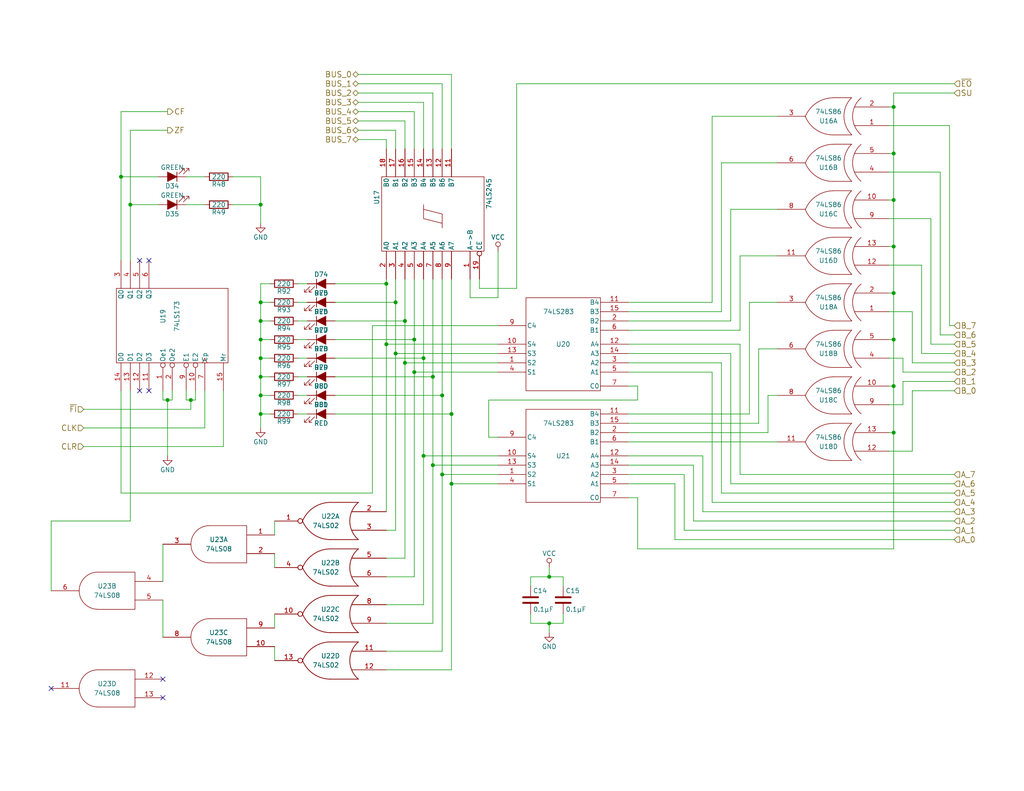
<source format=kicad_sch>
(kicad_sch (version 20231120) (generator "eeschema") (generator_version "8.0")
  (paper "USLetter")
  (lib_symbols
    (symbol "8bit-computer-rescue:74LS02-8bit-computer-rescue" (pin_names (offset 0.762))
      (property "Reference" "U" (at 0 1.27 0))
      (property "Value" "8bit-computer-rescue:74LS02" (at 1.27 -1.27 0))
      (symbol "74LS02-8bit-computer-rescue_0_0"
        (pin power_in line (at -5.08 5.08 270) (length 0) hide (name "VCC") (number "14"))
        (pin power_in line (at -5.08 -5.08 90) (length 0) hide (name "GND") (number "7"))
      )
      (symbol "74LS02-8bit-computer-rescue_0_1"
        (arc (start -7.62 -5.08) (mid -5.2708 0) (end -7.62 5.08) (stroke (width 0.2032)))
        (arc (start 0 -5.08) (mid 4.5812 -3.6906) (end 7.62 0) (stroke (width 0.2032)))
        (polyline (pts (xy -7.62 -5.08) (xy 0 -5.08)) (stroke (width 0.2032)))
        (polyline (pts (xy -7.62 5.08) (xy 0 5.08)) (stroke (width 0.2032)))
        (arc (start 7.62 0) (mid 4.5727 3.6819) (end 0 5.08) (stroke (width 0.2032)))
      )
      (symbol "74LS02-8bit-computer-rescue_0_2"
        (polyline (pts (xy 2.54 5.08) (xy -7.62 5.08) (xy -7.62 -5.08) (xy 2.54 -5.08)) (stroke (width 0.2032)))
        (arc (start 2.5654 -5.0546) (mid 7.5947 0.0001) (end 2.5654 5.08) (stroke (width 0.2032)))
      )
      (symbol "74LS02-8bit-computer-rescue_1_1"
        (pin output inverted (at 15.24 0 180) (length 7.62) (name "~") (number "1"))
        (pin input line (at -15.24 2.54 0) (length 9.398) (name "~") (number "2"))
        (pin input line (at -15.24 -2.54 0) (length 9.398) (name "~") (number "3"))
      )
      (symbol "74LS02-8bit-computer-rescue_1_2"
        (pin output line (at 15.24 0 180) (length 7.62) (name "~") (number "1"))
        (pin input inverted (at -15.24 2.54 0) (length 7.62) (name "~") (number "2"))
        (pin input inverted (at -15.24 -2.54 0) (length 7.62) (name "~") (number "3"))
      )
      (symbol "74LS02-8bit-computer-rescue_2_1"
        (pin output inverted (at 15.24 0 180) (length 7.62) (name "~") (number "4"))
        (pin input line (at -15.24 2.54 0) (length 9.398) (name "~") (number "5"))
        (pin input line (at -15.24 -2.54 0) (length 9.398) (name "~") (number "6"))
      )
      (symbol "74LS02-8bit-computer-rescue_2_2"
        (pin output line (at 15.24 0 180) (length 7.62) (name "~") (number "4"))
        (pin input inverted (at -15.24 2.54 0) (length 7.62) (name "~") (number "5"))
        (pin input inverted (at -15.24 -2.54 0) (length 7.62) (name "~") (number "6"))
      )
      (symbol "74LS02-8bit-computer-rescue_3_1"
        (pin output inverted (at 15.24 0 180) (length 7.62) (name "~") (number "10"))
        (pin input line (at -15.24 2.54 0) (length 9.398) (name "~") (number "8"))
        (pin input line (at -15.24 -2.54 0) (length 9.398) (name "~") (number "9"))
      )
      (symbol "74LS02-8bit-computer-rescue_3_2"
        (pin output line (at 15.24 0 180) (length 7.62) (name "~") (number "10"))
        (pin input inverted (at -15.24 2.54 0) (length 7.62) (name "~") (number "8"))
        (pin input inverted (at -15.24 -2.54 0) (length 7.62) (name "~") (number "9"))
      )
      (symbol "74LS02-8bit-computer-rescue_4_1"
        (pin input line (at -15.24 2.54 0) (length 9.398) (name "~") (number "11"))
        (pin input line (at -15.24 -2.54 0) (length 9.398) (name "~") (number "12"))
        (pin output inverted (at 15.24 0 180) (length 7.62) (name "~") (number "13"))
      )
      (symbol "74LS02-8bit-computer-rescue_4_2"
        (pin input inverted (at -15.24 2.54 0) (length 7.62) (name "~") (number "11"))
        (pin input inverted (at -15.24 -2.54 0) (length 7.62) (name "~") (number "12"))
        (pin output line (at 15.24 0 180) (length 7.62) (name "~") (number "13"))
      )
    )
    (symbol "8bit-computer-rescue:74LS08-8bit-computer-rescue" (pin_names (offset 0.762))
      (property "Reference" "U" (at 0 1.27 0))
      (property "Value" "8bit-computer-rescue:74LS08" (at 0 -1.27 0))
      (symbol "74LS08-8bit-computer-rescue_0_0"
        (pin power_in line (at -5.08 5.08 90) (length 0) hide (name "VCC") (number "14"))
        (pin power_in line (at -5.08 -5.08 90) (length 0) hide (name "GND") (number "7"))
      )
      (symbol "74LS08-8bit-computer-rescue_0_1"
        (polyline (pts (xy 2.54 5.08) (xy -7.62 5.08) (xy -7.62 -5.08) (xy 2.54 -5.08)))
        (arc (start 2.5654 -5.0546) (mid 7.5947 0.0001) (end 2.5654 5.08))
      )
      (symbol "74LS08-8bit-computer-rescue_0_2"
        (arc (start -7.62 -5.0292) (mid -5.3094 0.0082) (end -7.62 5.0546))
        (arc (start 0 -5.0546) (mid 4.5632 -3.6449) (end 7.5946 0.0508))
        (polyline (pts (xy -7.62 -5.08) (xy 0 -5.08)))
        (polyline (pts (xy -7.62 5.08) (xy 0 5.08)))
        (arc (start 7.62 0) (mid 4.6132 3.6946) (end 0.0508 5.08))
      )
      (symbol "74LS08-8bit-computer-rescue_1_1"
        (pin input line (at -15.24 2.54 0) (length 7.62) (name "~") (number "1"))
        (pin input line (at -15.24 -2.54 0) (length 7.62) (name "~") (number "2"))
        (pin output line (at 15.24 0 180) (length 7.62) (name "~") (number "3"))
      )
      (symbol "74LS08-8bit-computer-rescue_1_2"
        (pin input inverted (at -15.24 2.54 0) (length 9.398) (name "~") (number "1"))
        (pin input inverted (at -15.24 -2.54 0) (length 9.398) (name "~") (number "2"))
        (pin output inverted (at 15.24 0 180) (length 7.62) (name "~") (number "3"))
      )
      (symbol "74LS08-8bit-computer-rescue_2_1"
        (pin input line (at -15.24 2.54 0) (length 7.62) (name "~") (number "4"))
        (pin input line (at -15.24 -2.54 0) (length 7.62) (name "~") (number "5"))
        (pin output line (at 15.24 0 180) (length 7.62) (name "~") (number "6"))
      )
      (symbol "74LS08-8bit-computer-rescue_2_2"
        (pin input inverted (at -15.24 2.54 0) (length 9.398) (name "~") (number "4"))
        (pin input inverted (at -15.24 -2.54 0) (length 9.398) (name "~") (number "5"))
        (pin output inverted (at 15.24 0 180) (length 7.62) (name "~") (number "6"))
      )
      (symbol "74LS08-8bit-computer-rescue_3_1"
        (pin input line (at -15.24 -2.54 0) (length 7.62) (name "~") (number "10"))
        (pin output line (at 15.24 0 180) (length 7.62) (name "~") (number "8"))
        (pin input line (at -15.24 2.54 0) (length 7.62) (name "~") (number "9"))
      )
      (symbol "74LS08-8bit-computer-rescue_3_2"
        (pin input inverted (at -15.24 -2.54 0) (length 9.398) (name "~") (number "10"))
        (pin output inverted (at 15.24 0 180) (length 7.62) (name "~") (number "8"))
        (pin input inverted (at -15.24 2.54 0) (length 9.398) (name "~") (number "9"))
      )
      (symbol "74LS08-8bit-computer-rescue_4_1"
        (pin output line (at 15.24 0 180) (length 7.62) (name "~") (number "11"))
        (pin input line (at -15.24 2.54 0) (length 7.62) (name "~") (number "12"))
        (pin input line (at -15.24 -2.54 0) (length 7.62) (name "~") (number "13"))
      )
      (symbol "74LS08-8bit-computer-rescue_4_2"
        (pin output inverted (at 15.24 0 180) (length 7.62) (name "~") (number "11"))
        (pin input inverted (at -15.24 2.54 0) (length 9.398) (name "~") (number "12"))
        (pin input inverted (at -15.24 -2.54 0) (length 9.398) (name "~") (number "13"))
      )
    )
    (symbol "8bit-computer-rescue:74LS173-8bit-computer-rescue" (pin_names (offset 0.254))
      (property "Reference" "U" (at 2.54 2.54 0))
      (property "Value" "8bit-computer-rescue:74LS173" (at 2.54 -1.27 0))
      (symbol "74LS173-8bit-computer-rescue_0_0"
        (pin power_in line (at -7.62 15.24 90) (length 0) hide (name "VCC") (number "16"))
        (pin power_in line (at -7.62 -15.24 90) (length 0) hide (name "GND") (number "8"))
      )
      (symbol "74LS173-8bit-computer-rescue_0_1"
        (rectangle (start -10.16 15.24) (end 10.16 -15.24))
      )
      (symbol "74LS173-8bit-computer-rescue_1_1"
        (pin input inverted (at -17.78 2.54 0) (length 7.62) (name "Oe1") (number "1"))
        (pin input inverted (at -17.78 -6.35 0) (length 7.62) (name "E2") (number "10"))
        (pin input line (at -17.78 6.35 0) (length 7.62) (name "D3") (number "11"))
        (pin input line (at -17.78 8.89 0) (length 7.62) (name "D2") (number "12"))
        (pin input line (at -17.78 11.43 0) (length 7.62) (name "D1") (number "13"))
        (pin input line (at -17.78 13.97 0) (length 7.62) (name "D0") (number "14"))
        (pin input line (at -17.78 -13.97 0) (length 7.62) (name "Mr") (number "15"))
        (pin input inverted (at -17.78 0 0) (length 7.62) (name "Oe2") (number "2"))
        (pin tri_state line (at 17.78 13.97 180) (length 7.62) (name "Q0") (number "3"))
        (pin tri_state line (at 17.78 11.43 180) (length 7.62) (name "Q1") (number "4"))
        (pin tri_state line (at 17.78 8.89 180) (length 7.62) (name "Q2") (number "5"))
        (pin tri_state line (at 17.78 6.35 180) (length 7.62) (name "Q3") (number "6"))
        (pin input clock (at -17.78 -8.89 0) (length 7.62) (name "Cp") (number "7"))
        (pin input inverted (at -17.78 -3.81 0) (length 7.62) (name "E1") (number "9"))
      )
    )
    (symbol "8bit-computer-rescue:74LS245-8bit-computer-rescue" (pin_names (offset 0.254))
      (property "Reference" "U" (at 2.54 14.605 0))
      (property "Value" "8bit-computer-rescue:74LS245" (at 1.27 -14.605 0))
      (symbol "74LS245-8bit-computer-rescue_0_0"
        (pin power_in line (at 0 -13.97 90) (length 0) hide (name "GND") (number "10"))
        (pin power_in line (at 0 13.97 270) (length 0) hide (name "VCC") (number "20"))
      )
      (symbol "74LS245-8bit-computer-rescue_0_1"
        (rectangle (start -10.16 13.97) (end 10.16 -13.97))
        (polyline (pts (xy 1.27 2.54) (xy 0 -2.54) (xy -2.54 -2.54)))
        (polyline (pts (xy 2.54 2.54) (xy -1.27 2.54) (xy -2.54 -2.54) (xy -3.81 -2.54)))
      )
      (symbol "74LS245-8bit-computer-rescue_1_1"
        (pin input line (at -17.78 -10.16 0) (length 7.62) (name "A->B") (number "1"))
        (pin tri_state line (at 17.78 -5.08 180) (length 7.62) (name "B7") (number "11"))
        (pin tri_state line (at 17.78 -2.54 180) (length 7.62) (name "B6") (number "12"))
        (pin tri_state line (at 17.78 0 180) (length 7.62) (name "B5") (number "13"))
        (pin tri_state line (at 17.78 2.54 180) (length 7.62) (name "B4") (number "14"))
        (pin tri_state line (at 17.78 5.08 180) (length 7.62) (name "B3") (number "15"))
        (pin tri_state line (at 17.78 7.62 180) (length 7.62) (name "B2") (number "16"))
        (pin tri_state line (at 17.78 10.16 180) (length 7.62) (name "B1") (number "17"))
        (pin tri_state line (at 17.78 12.7 180) (length 7.62) (name "B0") (number "18"))
        (pin input inverted (at -17.78 -12.7 0) (length 7.62) (name "CE") (number "19"))
        (pin tri_state line (at -17.78 12.7 0) (length 7.62) (name "A0") (number "2"))
        (pin tri_state line (at -17.78 10.16 0) (length 7.62) (name "A1") (number "3"))
        (pin tri_state line (at -17.78 7.62 0) (length 7.62) (name "A2") (number "4"))
        (pin tri_state line (at -17.78 5.08 0) (length 7.62) (name "A3") (number "5"))
        (pin tri_state line (at -17.78 2.54 0) (length 7.62) (name "A4") (number "6"))
        (pin tri_state line (at -17.78 0 0) (length 7.62) (name "A5") (number "7"))
        (pin tri_state line (at -17.78 -2.54 0) (length 7.62) (name "A6") (number "8"))
        (pin tri_state line (at -17.78 -5.08 0) (length 7.62) (name "A7") (number "9"))
      )
    )
    (symbol "8bit-computer-rescue:74LS283-8bit-computer-rescue" (pin_names (offset 0.254))
      (property "Reference" "U" (at 0 0 0))
      (property "Value" "8bit-computer-rescue:74LS283" (at 1.27 -8.89 0))
      (symbol "74LS283-8bit-computer-rescue_0_0"
        (pin power_in line (at -7.62 12.7 90) (length 0) hide (name "VCC") (number "16"))
        (pin power_in line (at -7.62 -12.7 90) (length 0) hide (name "GND") (number "8"))
      )
      (symbol "74LS283-8bit-computer-rescue_0_1"
        (rectangle (start -10.16 12.7) (end 10.16 -12.7))
      )
      (symbol "74LS283-8bit-computer-rescue_1_1"
        (pin output line (at 17.78 5.08 180) (length 7.62) (name "S2") (number "1"))
        (pin output line (at 17.78 0 180) (length 7.62) (name "S4") (number "10"))
        (pin input line (at -17.78 -11.43 0) (length 7.62) (name "B4") (number "11"))
        (pin input line (at -17.78 0 0) (length 7.62) (name "A4") (number "12"))
        (pin output line (at 17.78 2.54 180) (length 7.62) (name "S3") (number "13"))
        (pin input line (at -17.78 2.54 0) (length 7.62) (name "A3") (number "14"))
        (pin input line (at -17.78 -8.89 0) (length 7.62) (name "B3") (number "15"))
        (pin input line (at -17.78 -6.35 0) (length 7.62) (name "B2") (number "2"))
        (pin input line (at -17.78 5.08 0) (length 7.62) (name "A2") (number "3"))
        (pin output line (at 17.78 7.62 180) (length 7.62) (name "S1") (number "4"))
        (pin input line (at -17.78 7.62 0) (length 7.62) (name "A1") (number "5"))
        (pin input line (at -17.78 -3.81 0) (length 7.62) (name "B1") (number "6"))
        (pin input line (at -17.78 11.43 0) (length 7.62) (name "C0") (number "7"))
        (pin output line (at 17.78 -5.08 180) (length 7.62) (name "C4") (number "9"))
      )
    )
    (symbol "8bit-computer-rescue:74LS86-8bit-computer-rescue" (pin_names (offset 0.762) hide)
      (property "Reference" "U" (at 1.27 1.27 0))
      (property "Value" "8bit-computer-rescue:74LS86" (at 1.27 -1.27 0))
      (symbol "74LS86-8bit-computer-rescue_0_0"
        (pin power_in line (at -5.08 5.08 270) (length 0) hide (name "VCC") (number "14"))
        (pin power_in line (at -5.08 -5.08 90) (length 0) hide (name "GND") (number "7"))
      )
      (symbol "74LS86-8bit-computer-rescue_0_1"
        (arc (start -7.62 -5.0292) (mid -5.3094 0.0082) (end -7.62 5.0546))
        (arc (start -5.0292 -5.08) (mid -2.9462 -0.006) (end -5.08 5.0546))
        (arc (start 0 -5.0546) (mid 4.5632 -3.6449) (end 7.5946 0.0508))
        (polyline (pts (xy -5.08 -5.08) (xy 0 -5.08)))
        (polyline (pts (xy -5.08 5.08) (xy 0 5.08)))
        (arc (start 7.62 0) (mid 4.6132 3.6946) (end 0.0508 5.08))
      )
      (symbol "74LS86-8bit-computer-rescue_1_1"
        (pin input line (at -15.24 2.54 0) (length 9.398) (name "IN1") (number "1"))
        (pin input line (at -15.24 -2.54 0) (length 9.398) (name "IN2") (number "2"))
        (pin output line (at 15.24 0 180) (length 7.62) (name "OUT") (number "3"))
      )
      (symbol "74LS86-8bit-computer-rescue_2_1"
        (pin input line (at -15.24 2.54 0) (length 9.398) (name "IN1") (number "4"))
        (pin input line (at -15.24 -2.54 0) (length 9.398) (name "IN2") (number "5"))
        (pin output line (at 15.24 0 180) (length 7.62) (name "OUT") (number "6"))
      )
      (symbol "74LS86-8bit-computer-rescue_3_1"
        (pin input line (at -15.24 -2.54 0) (length 9.398) (name "IN2") (number "10"))
        (pin output line (at 15.24 0 180) (length 7.62) (name "OUT") (number "8"))
        (pin input line (at -15.24 2.54 0) (length 9.398) (name "IN1") (number "9"))
      )
      (symbol "74LS86-8bit-computer-rescue_4_1"
        (pin output line (at 15.24 0 180) (length 7.62) (name "OUT") (number "11"))
        (pin input line (at -15.24 2.54 0) (length 9.398) (name "IN1") (number "12"))
        (pin input line (at -15.24 -2.54 0) (length 9.398) (name "IN2") (number "13"))
      )
    )
    (symbol "8bit-computer-rescue:GND-power" (power) (pin_names (offset 0))
      (property "Value" "power:GND" (at 0 -3.81 0))
      (symbol "GND-power_0_1"
        (polyline (pts (xy 0 0) (xy 0 -1.27) (xy 1.27 -1.27) (xy 0 -2.54) (xy -1.27 -1.27) (xy 0 -1.27)))
      )
      (symbol "GND-power_1_1"
        (pin power_in line (at 0 0 270) (length 0) hide (name "GND") (number "1"))
      )
    )
    (symbol "8bit-computer-rescue:LED_ALT-Device" (pin_numbers hide) (pin_names (offset 1.016) hide)
      (property "Reference" "D" (at 0 2.54 0))
      (property "Value" "Device:LED_ALT" (at 0 -2.54 0))
      (symbol "LED_ALT-Device_0_1"
        (polyline (pts (xy -1.27 -1.27) (xy -1.27 1.27)) (stroke (width 0.2032)))
        (polyline (pts (xy -1.27 0) (xy 1.27 0)))
        (polyline (pts (xy 1.27 -1.27) (xy 1.27 1.27) (xy -1.27 0) (xy 1.27 -1.27)) (stroke (width 0.2032)) (fill (type outline)))
        (polyline (pts (xy -3.048 -0.762) (xy -4.572 -2.286) (xy -3.81 -2.286) (xy -4.572 -2.286) (xy -4.572 -1.524)))
        (polyline (pts (xy -1.778 -0.762) (xy -3.302 -2.286) (xy -2.54 -2.286) (xy -3.302 -2.286) (xy -3.302 -1.524)))
      )
      (symbol "LED_ALT-Device_1_1"
        (pin passive line (at -3.81 0 0) (length 2.54) (name "K") (number "1"))
        (pin passive line (at 3.81 0 180) (length 2.54) (name "A") (number "2"))
      )
    )
    (symbol "8bit-computer-rescue:VCC-power" (power) (pin_names (offset 0))
      (property "Value" "power:VCC" (at 0 3.81 0))
      (symbol "VCC-power_0_1"
        (polyline (pts (xy 0 0) (xy 0 1.27)))
        (circle (center 0 1.905) (radius 0.635))
      )
      (symbol "VCC-power_1_1"
        (pin power_in line (at 0 0 90) (length 0) hide (name "VCC") (number "1"))
      )
    )
    (symbol "Device:C" (pin_numbers hide) (pin_names (offset 0.254))
      (property "Reference" "C" (at 0.635 2.54 0))
      (property "Value" "C" (at 0.635 -2.54 0))
      (symbol "C_0_1"
        (polyline (pts (xy -2.032 -0.762) (xy 2.032 -0.762)) (stroke (width 0.508)))
        (polyline (pts (xy -2.032 0.762) (xy 2.032 0.762)) (stroke (width 0.508)))
      )
      (symbol "C_1_1"
        (pin passive line (at 0 3.81 270) (length 2.794) (name "~") (number "1"))
        (pin passive line (at 0 -3.81 90) (length 2.794) (name "~") (number "2"))
      )
    )
    (symbol "Device:R" (pin_numbers hide) (pin_names (offset 0))
      (property "Reference" "R" (at 2.032 0 90))
      (property "Value" "R" (at 0 0 90))
      (symbol "R_0_1"
        (rectangle (start -1.016 -2.54) (end 1.016 2.54) (stroke (width 0.254)))
      )
      (symbol "R_1_1"
        (pin passive line (at 0 3.81 270) (length 1.27) (name "~") (number "1"))
        (pin passive line (at 0 -3.81 90) (length 1.27) (name "~") (number "2"))
      )
    )
  )
  (junction (at 243.84 67.31))
  (junction (at 113.03 92.71))
  (junction (at 243.84 118.11))
  (junction (at 71.12 55.88))
  (junction (at 105.41 77.47))
  (junction (at 71.12 92.71))
  (junction (at 33.02 48.26))
  (junction (at 110.49 99.06))
  (junction (at 115.57 97.79))
  (junction (at 71.12 82.55))
  (junction (at 120.65 129.54))
  (junction (at 105.41 93.98))
  (junction (at 120.65 107.95))
  (junction (at 45.72 109.22))
  (junction (at 107.95 82.55))
  (junction (at 118.11 127))
  (junction (at 243.84 29.21))
  (junction (at 113.03 101.6))
  (junction (at 243.84 41.91))
  (junction (at 107.95 96.52))
  (junction (at 71.12 113.03))
  (junction (at 123.19 113.03))
  (junction (at 110.49 87.63))
  (junction (at 35.56 55.88))
  (junction (at 115.57 124.46))
  (junction (at 243.84 80.01))
  (junction (at 243.84 54.61))
  (junction (at 123.19 132.08))
  (junction (at 71.12 107.95))
  (junction (at 71.12 102.87))
  (junction (at 149.86 170.18))
  (junction (at 149.86 157.48))
  (junction (at 71.12 87.63))
  (junction (at 243.84 105.41))
  (junction (at 52.07 109.22))
  (junction (at 118.11 102.87))
  (junction (at 243.84 92.71))
  (junction (at 71.12 97.79))
  (no_connect (at 13.97 187.96))
  (no_connect (at 44.45 190.5))
  (no_connect (at 38.1 106.68))
  (no_connect (at 44.45 185.42))
  (no_connect (at 40.64 71.12))
  (no_connect (at 38.1 71.12))
  (no_connect (at 40.64 106.68))
  (wire (pts (xy 251.46 96.52) (xy 260.35 96.52)))
  (wire (pts (xy 71.12 77.47) (xy 73.66 77.47)))
  (wire (pts (xy 50.8 48.26) (xy 55.88 48.26)))
  (wire (pts (xy 115.57 124.46) (xy 115.57 165.1)))
  (wire (pts (xy 71.12 92.71) (xy 71.12 87.63)))
  (wire (pts (xy 123.19 20.32) (xy 123.19 40.64)))
  (wire (pts (xy 22.86 121.92) (xy 60.96 121.92)))
  (wire (pts (xy 45.72 30.48) (xy 33.02 30.48)))
  (wire (pts (xy 248.92 85.09) (xy 248.92 99.06)))
  (wire (pts (xy 194.31 82.55) (xy 194.31 31.75)))
  (wire (pts (xy 128.27 81.28) (xy 135.89 81.28)))
  (wire (pts (xy 242.57 97.79) (xy 246.38 97.79)))
  (wire (pts (xy 201.93 129.54) (xy 260.35 129.54)))
  (wire (pts (xy 113.03 101.6) (xy 135.89 101.6)))
  (wire (pts (xy 81.28 107.95) (xy 83.82 107.95)))
  (wire (pts (xy 81.28 82.55) (xy 83.82 82.55)))
  (wire (pts (xy 22.86 116.84) (xy 55.88 116.84)))
  (wire (pts (xy 107.95 96.52) (xy 107.95 144.78)))
  (wire (pts (xy 184.15 147.32) (xy 260.35 147.32)))
  (wire (pts (xy 191.77 124.46) (xy 191.77 139.7)))
  (wire (pts (xy 171.45 96.52) (xy 199.39 96.52)))
  (wire (pts (xy 242.57 72.39) (xy 251.46 72.39)))
  (wire (pts (xy 105.41 93.98) (xy 135.89 93.98)))
  (wire (pts (xy 35.56 35.56) (xy 45.72 35.56)))
  (wire (pts (xy 246.38 104.14) (xy 260.35 104.14)))
  (wire (pts (xy 144.78 160.02) (xy 144.78 157.48)))
  (wire (pts (xy 118.11 25.4) (xy 118.11 40.64)))
  (wire (pts (xy 71.12 82.55) (xy 71.12 77.47)))
  (wire (pts (xy 196.85 99.06) (xy 196.85 134.62)))
  (wire (pts (xy 133.35 109.22) (xy 173.99 109.22)))
  (wire (pts (xy 91.44 92.71) (xy 113.03 92.71)))
  (wire (pts (xy 71.12 97.79) (xy 71.12 92.71)))
  (wire (pts (xy 113.03 76.2) (xy 113.03 92.71)))
  (wire (pts (xy 191.77 139.7) (xy 260.35 139.7)))
  (wire (pts (xy 243.84 92.71) (xy 243.84 105.41)))
  (wire (pts (xy 243.84 41.91) (xy 242.57 41.91)))
  (wire (pts (xy 242.57 34.29) (xy 259.08 34.29)))
  (wire (pts (xy 115.57 27.94) (xy 115.57 40.64)))
  (wire (pts (xy 243.84 149.86) (xy 173.99 149.86)))
  (wire (pts (xy 73.66 113.03) (xy 71.12 113.03)))
  (wire (pts (xy 91.44 102.87) (xy 118.11 102.87)))
  (wire (pts (xy 33.02 30.48) (xy 33.02 48.26)))
  (wire (pts (xy 107.95 96.52) (xy 135.89 96.52)))
  (wire (pts (xy 153.67 157.48) (xy 153.67 160.02)))
  (wire (pts (xy 123.19 132.08) (xy 123.19 182.88)))
  (wire (pts (xy 71.12 107.95) (xy 71.12 102.87)))
  (wire (pts (xy 123.19 76.2) (xy 123.19 113.03)))
  (wire (pts (xy 91.44 82.55) (xy 107.95 82.55)))
  (wire (pts (xy 13.97 161.29) (xy 13.97 142.24)))
  (wire (pts (xy 22.86 111.76) (xy 52.07 111.76)))
  (wire (pts (xy 91.44 87.63) (xy 110.49 87.63)))
  (wire (pts (xy 113.03 30.48) (xy 113.03 40.64)))
  (wire (pts (xy 135.89 88.9) (xy 101.6 88.9)))
  (wire (pts (xy 123.19 113.03) (xy 123.19 132.08)))
  (wire (pts (xy 171.45 113.03) (xy 204.47 113.03)))
  (wire (pts (xy 209.55 107.95) (xy 212.09 107.95)))
  (wire (pts (xy 201.93 93.98) (xy 201.93 129.54)))
  (wire (pts (xy 81.28 77.47) (xy 83.82 77.47)))
  (wire (pts (xy 110.49 99.06) (xy 135.89 99.06)))
  (wire (pts (xy 97.79 22.86) (xy 120.65 22.86)))
  (wire (pts (xy 243.84 80.01) (xy 242.57 80.01)))
  (wire (pts (xy 153.67 170.18) (xy 153.67 167.64)))
  (wire (pts (xy 149.86 170.18) (xy 149.86 172.72)))
  (wire (pts (xy 113.03 101.6) (xy 113.03 157.48)))
  (wire (pts (xy 254 59.69) (xy 254 93.98)))
  (wire (pts (xy 123.19 132.08) (xy 135.89 132.08)))
  (wire (pts (xy 130.81 76.2) (xy 130.81 78.74)))
  (wire (pts (xy 171.45 118.11) (xy 209.55 118.11)))
  (wire (pts (xy 71.12 102.87) (xy 71.12 97.79)))
  (wire (pts (xy 194.31 31.75) (xy 212.09 31.75)))
  (wire (pts (xy 120.65 129.54) (xy 135.89 129.54)))
  (wire (pts (xy 74.93 167.64) (xy 74.93 171.45)))
  (wire (pts (xy 171.45 90.17) (xy 201.93 90.17)))
  (wire (pts (xy 110.49 152.4) (xy 105.41 152.4)))
  (wire (pts (xy 149.86 157.48) (xy 153.67 157.48)))
  (wire (pts (xy 74.93 176.53) (xy 74.93 180.34)))
  (wire (pts (xy 186.69 129.54) (xy 186.69 144.78)))
  (wire (pts (xy 171.45 115.57) (xy 207.01 115.57)))
  (wire (pts (xy 97.79 25.4) (xy 118.11 25.4)))
  (wire (pts (xy 189.23 142.24) (xy 260.35 142.24)))
  (wire (pts (xy 91.44 113.03) (xy 123.19 113.03)))
  (wire (pts (xy 118.11 170.18) (xy 105.41 170.18)))
  (wire (pts (xy 171.45 132.08) (xy 184.15 132.08)))
  (wire (pts (xy 256.54 46.99) (xy 256.54 91.44)))
  (wire (pts (xy 43.18 55.88) (xy 35.56 55.88)))
  (wire (pts (xy 144.78 157.48) (xy 149.86 157.48)))
  (wire (pts (xy 81.28 113.03) (xy 83.82 113.03)))
  (wire (pts (xy 91.44 97.79) (xy 115.57 97.79)))
  (wire (pts (xy 81.28 97.79) (xy 83.82 97.79)))
  (wire (pts (xy 107.95 35.56) (xy 107.95 40.64)))
  (wire (pts (xy 243.84 54.61) (xy 242.57 54.61)))
  (wire (pts (xy 242.57 46.99) (xy 256.54 46.99)))
  (wire (pts (xy 243.84 67.31) (xy 242.57 67.31)))
  (wire (pts (xy 254 93.98) (xy 260.35 93.98)))
  (wire (pts (xy 173.99 149.86) (xy 173.99 135.89)))
  (wire (pts (xy 81.28 87.63) (xy 83.82 87.63)))
  (wire (pts (xy 120.65 177.8) (xy 105.41 177.8)))
  (wire (pts (xy 171.45 87.63) (xy 199.39 87.63)))
  (wire (pts (xy 110.49 76.2) (xy 110.49 87.63)))
  (wire (pts (xy 243.84 118.11) (xy 242.57 118.11)))
  (wire (pts (xy 201.93 69.85) (xy 212.09 69.85)))
  (wire (pts (xy 246.38 101.6) (xy 260.35 101.6)))
  (wire (pts (xy 45.72 109.22) (xy 46.99 109.22)))
  (wire (pts (xy 144.78 170.18) (xy 149.86 170.18)))
  (wire (pts (xy 60.96 121.92) (xy 60.96 106.68)))
  (wire (pts (xy 251.46 72.39) (xy 251.46 96.52)))
  (wire (pts (xy 73.66 87.63) (xy 71.12 87.63)))
  (wire (pts (xy 199.39 57.15) (xy 212.09 57.15)))
  (wire (pts (xy 184.15 132.08) (xy 184.15 147.32)))
  (wire (pts (xy 55.88 116.84) (xy 55.88 106.68)))
  (wire (pts (xy 199.39 96.52) (xy 199.39 132.08)))
  (wire (pts (xy 120.65 107.95) (xy 120.65 129.54)))
  (wire (pts (xy 186.69 144.78) (xy 260.35 144.78)))
  (wire (pts (xy 52.07 109.22) (xy 53.34 109.22)))
  (wire (pts (xy 44.45 173.99) (xy 44.45 163.83)))
  (wire (pts (xy 97.79 20.32) (xy 123.19 20.32)))
  (wire (pts (xy 35.56 142.24) (xy 35.56 106.68)))
  (wire (pts (xy 44.45 109.22) (xy 45.72 109.22)))
  (wire (pts (xy 243.84 105.41) (xy 243.84 118.11)))
  (wire (pts (xy 13.97 142.24) (xy 35.56 142.24)))
  (wire (pts (xy 113.03 92.71) (xy 113.03 101.6)))
  (wire (pts (xy 243.84 118.11) (xy 243.84 149.86)))
  (wire (pts (xy 74.93 142.24) (xy 74.93 146.05)))
  (wire (pts (xy 243.84 92.71) (xy 242.57 92.71)))
  (wire (pts (xy 50.8 109.22) (xy 50.8 106.68)))
  (wire (pts (xy 243.84 29.21) (xy 242.57 29.21)))
  (wire (pts (xy 55.88 55.88) (xy 50.8 55.88)))
  (wire (pts (xy 73.66 97.79) (xy 71.12 97.79)))
  (wire (pts (xy 204.47 82.55) (xy 212.09 82.55)))
  (wire (pts (xy 71.12 102.87) (xy 73.66 102.87)))
  (wire (pts (xy 123.19 182.88) (xy 105.41 182.88)))
  (wire (pts (xy 71.12 116.84) (xy 71.12 113.03)))
  (wire (pts (xy 207.01 115.57) (xy 207.01 95.25)))
  (wire (pts (xy 120.65 76.2) (xy 120.65 107.95)))
  (wire (pts (xy 73.66 107.95) (xy 71.12 107.95)))
  (wire (pts (xy 171.45 101.6) (xy 194.31 101.6)))
  (wire (pts (xy 133.35 119.38) (xy 133.35 109.22)))
  (wire (pts (xy 171.45 85.09) (xy 196.85 85.09)))
  (wire (pts (xy 171.45 99.06) (xy 196.85 99.06)))
  (wire (pts (xy 105.41 38.1) (xy 105.41 40.64)))
  (wire (pts (xy 243.84 25.4) (xy 243.84 29.21)))
  (wire (pts (xy 105.41 93.98) (xy 105.41 139.7)))
  (wire (pts (xy 243.84 41.91) (xy 243.84 54.61)))
  (wire (pts (xy 144.78 167.64) (xy 144.78 170.18)))
  (wire (pts (xy 71.12 82.55) (xy 73.66 82.55)))
  (wire (pts (xy 171.45 124.46) (xy 191.77 124.46)))
  (wire (pts (xy 130.81 78.74) (xy 140.97 78.74)))
  (wire (pts (xy 194.31 137.16) (xy 260.35 137.16)))
  (wire (pts (xy 43.18 48.26) (xy 33.02 48.26)))
  (wire (pts (xy 120.65 129.54) (xy 120.65 177.8)))
  (wire (pts (xy 256.54 91.44) (xy 260.35 91.44)))
  (wire (pts (xy 101.6 134.62) (xy 33.02 134.62)))
  (wire (pts (xy 115.57 97.79) (xy 115.57 124.46)))
  (wire (pts (xy 105.41 77.47) (xy 105.41 93.98)))
  (wire (pts (xy 101.6 88.9) (xy 101.6 134.62)))
  (wire (pts (xy 135.89 119.38) (xy 133.35 119.38)))
  (wire (pts (xy 46.99 109.22) (xy 46.99 106.68)))
  (wire (pts (xy 74.93 151.13) (xy 74.93 154.94)))
  (wire (pts (xy 107.95 82.55) (xy 107.95 96.52)))
  (wire (pts (xy 110.49 87.63) (xy 110.49 99.06)))
  (wire (pts (xy 248.92 106.68) (xy 248.92 123.19)))
  (wire (pts (xy 194.31 101.6) (xy 194.31 137.16)))
  (wire (pts (xy 199.39 87.63) (xy 199.39 57.15)))
  (wire (pts (xy 118.11 127) (xy 118.11 170.18)))
  (wire (pts (xy 171.45 82.55) (xy 194.31 82.55)))
  (wire (pts (xy 33.02 134.62) (xy 33.02 106.68)))
  (wire (pts (xy 97.79 38.1) (xy 105.41 38.1)))
  (wire (pts (xy 107.95 76.2) (xy 107.95 82.55)))
  (wire (pts (xy 173.99 109.22) (xy 173.99 105.41)))
  (wire (pts (xy 260.35 22.86) (xy 140.97 22.86)))
  (wire (pts (xy 149.86 170.18) (xy 153.67 170.18)))
  (wire (pts (xy 242.57 85.09) (xy 248.92 85.09)))
  (wire (pts (xy 171.45 93.98) (xy 201.93 93.98)))
  (wire (pts (xy 260.35 106.68) (xy 248.92 106.68)))
  (wire (pts (xy 71.12 92.71) (xy 73.66 92.71)))
  (wire (pts (xy 118.11 102.87) (xy 118.11 127)))
  (wire (pts (xy 71.12 113.03) (xy 71.12 107.95)))
  (wire (pts (xy 128.27 76.2) (xy 128.27 81.28)))
  (wire (pts (xy 113.03 157.48) (xy 105.41 157.48)))
  (wire (pts (xy 259.08 88.9) (xy 260.35 88.9)))
  (wire (pts (xy 71.12 55.88) (xy 63.5 55.88)))
  (wire (pts (xy 105.41 76.2) (xy 105.41 77.47)))
  (wire (pts (xy 118.11 76.2) (xy 118.11 102.87)))
  (wire (pts (xy 45.72 109.22) (xy 45.72 124.46)))
  (wire (pts (xy 196.85 44.45) (xy 212.09 44.45)))
  (wire (pts (xy 52.07 111.76) (xy 52.07 109.22)))
  (wire (pts (xy 50.8 109.22) (xy 52.07 109.22)))
  (wire (pts (xy 246.38 110.49) (xy 246.38 104.14)))
  (wire (pts (xy 243.84 54.61) (xy 243.84 67.31)))
  (wire (pts (xy 199.39 132.08) (xy 260.35 132.08)))
  (wire (pts (xy 242.57 59.69) (xy 254 59.69)))
  (wire (pts (xy 196.85 85.09) (xy 196.85 44.45)))
  (wire (pts (xy 246.38 97.79) (xy 246.38 101.6)))
  (wire (pts (xy 97.79 30.48) (xy 113.03 30.48)))
  (wire (pts (xy 171.45 129.54) (xy 186.69 129.54)))
  (wire (pts (xy 97.79 35.56) (xy 107.95 35.56)))
  (wire (pts (xy 209.55 118.11) (xy 209.55 107.95)))
  (wire (pts (xy 35.56 55.88) (xy 35.56 71.12)))
  (wire (pts (xy 140.97 22.86) (xy 140.97 78.74)))
  (wire (pts (xy 243.84 105.41) (xy 242.57 105.41)))
  (wire (pts (xy 248.92 99.06) (xy 260.35 99.06)))
  (wire (pts (xy 207.01 95.25) (xy 212.09 95.25)))
  (wire (pts (xy 243.84 25.4) (xy 260.35 25.4)))
  (wire (pts (xy 201.93 90.17) (xy 201.93 69.85)))
  (wire (pts (xy 110.49 99.06) (xy 110.49 152.4)))
  (wire (pts (xy 71.12 55.88) (xy 71.12 60.96)))
  (wire (pts (xy 115.57 165.1) (xy 105.41 165.1)))
  (wire (pts (xy 120.65 22.86) (xy 120.65 40.64)))
  (wire (pts (xy 97.79 27.94) (xy 115.57 27.94)))
  (wire (pts (xy 91.44 77.47) (xy 105.41 77.47)))
  (wire (pts (xy 63.5 48.26) (xy 71.12 48.26)))
  (wire (pts (xy 44.45 148.59) (xy 44.45 158.75)))
  (wire (pts (xy 110.49 33.02) (xy 110.49 40.64)))
  (wire (pts (xy 35.56 35.56) (xy 35.56 55.88)))
  (wire (pts (xy 173.99 135.89) (xy 171.45 135.89)))
  (wire (pts (xy 243.84 80.01) (xy 243.84 92.71)))
  (wire (pts (xy 189.23 127) (xy 189.23 142.24)))
  (wire (pts (xy 44.45 106.68) (xy 44.45 109.22)))
  (wire (pts (xy 71.12 48.26) (xy 71.12 55.88)))
  (wire (pts (xy 115.57 124.46) (xy 135.89 124.46)))
  (wire (pts (xy 107.95 144.78) (xy 105.41 144.78)))
  (wire (pts (xy 115.57 76.2) (xy 115.57 97.79)))
  (wire (pts (xy 118.11 127) (xy 135.89 127)))
  (wire (pts (xy 71.12 87.63) (xy 71.12 82.55)))
  (wire (pts (xy 173.99 105.41) (xy 171.45 105.41)))
  (wire (pts (xy 135.89 81.28) (xy 135.89 68.58)))
  (wire (pts (xy 149.86 154.94) (xy 149.86 157.48)))
  (wire (pts (xy 81.28 92.71) (xy 83.82 92.71)))
  (wire (pts (xy 248.92 123.19) (xy 242.57 123.19)))
  (wire (pts (xy 259.08 34.29) (xy 259.08 88.9)))
  (wire (pts (xy 243.84 29.21) (xy 243.84 41.91)))
  (wire (pts (xy 33.02 48.26) (xy 33.02 71.12)))
  (wire (pts (xy 204.47 113.03) (xy 204.47 82.55)))
  (wire (pts (xy 242.57 110.49) (xy 246.38 110.49)))
  (wire (pts (xy 196.85 134.62) (xy 260.35 134.62)))
  (wire (pts (xy 171.45 127) (xy 189.23 127)))
  (wire (pts (xy 91.44 107.95) (xy 120.65 107.95)))
  (wire (pts (xy 53.34 109.22) (xy 53.34 106.68)))
  (wire (pts (xy 81.28 102.87) (xy 83.82 102.87)))
  (wire (pts (xy 97.79 33.02) (xy 110.49 33.02)))
  (wire (pts (xy 171.45 120.65) (xy 212.09 120.65)))
  (wire (pts (xy 243.84 67.31) (xy 243.84 80.01)))
  (hierarchical_label "BUS_6" (shape tri_state) (at 97.79 35.56 180) (effects (font (size 1.524 1.524))))
  (hierarchical_label "A_4" (shape input) (at 260.35 137.16 0) (effects (font (size 1.524 1.524))))
  (hierarchical_label "B_2" (shape input) (at 260.35 101.6 0) (effects (font (size 1.524 1.524))))
  (hierarchical_label "SU" (shape input) (at 260.35 25.4 0) (effects (font (size 1.524 1.524))))
  (hierarchical_label "~{FI}" (shape input) (at 22.86 111.76 180) (effects (font (size 1.524 1.524))))
  (hierarchical_label "B_4" (shape input) (at 260.35 96.52 0) (effects (font (size 1.524 1.524))))
  (hierarchical_label "BUS_5" (shape tri_state) (at 97.79 33.02 180) (effects (font (size 1.524 1.524))))
  (hierarchical_label "BUS_0" (shape tri_state) (at 97.79 20.32 180) (effects (font (size 1.524 1.524))))
  (hierarchical_label "A_3" (shape input) (at 260.35 139.7 0) (effects (font (size 1.524 1.524))))
  (hierarchical_label "ZF" (shape output) (at 45.72 35.56 0) (effects (font (size 1.524 1.524))))
  (hierarchical_label "B_0" (shape input) (at 260.35 106.68 0) (effects (font (size 1.524 1.524))))
  (hierarchical_label "CLR" (shape input) (at 22.86 121.92 180) (effects (font (size 1.524 1.524))))
  (hierarchical_label "B_6" (shape input) (at 260.35 91.44 0) (effects (font (size 1.524 1.524))))
  (hierarchical_label "B_7" (shape input) (at 260.35 88.9 0) (effects (font (size 1.524 1.524))))
  (hierarchical_label "BUS_3" (shape tri_state) (at 97.79 27.94 180) (effects (font (size 1.524 1.524))))
  (hierarchical_label "~{EO}" (shape input) (at 260.35 22.86 0) (effects (font (size 1.524 1.524))))
  (hierarchical_label "CLK" (shape input) (at 22.86 116.84 180) (effects (font (size 1.524 1.524))))
  (hierarchical_label "A_5" (shape input) (at 260.35 134.62 0) (effects (font (size 1.524 1.524))))
  (hierarchical_label "BUS_7" (shape tri_state) (at 97.79 38.1 180) (effects (font (size 1.524 1.524))))
  (hierarchical_label "A_0" (shape input) (at 260.35 147.32 0) (effects (font (size 1.524 1.524))))
  (hierarchical_label "BUS_1" (shape tri_state) (at 97.79 22.86 180) (effects (font (size 1.524 1.524))))
  (hierarchical_label "A_6" (shape input) (at 260.35 132.08 0) (effects (font (size 1.524 1.524))))
  (hierarchical_label "A_1" (shape input) (at 260.35 144.78 0) (effects (font (size 1.524 1.524))))
  (hierarchical_label "A_2" (shape input) (at 260.35 142.24 0) (effects (font (size 1.524 1.524))))
  (hierarchical_label "B_3" (shape input) (at 260.35 99.06 0) (effects (font (size 1.524 1.524))))
  (hierarchical_label "CF" (shape output) (at 45.72 30.48 0) (effects (font (size 1.524 1.524))))
  (hierarchical_label "A_7" (shape input) (at 260.35 129.54 0) (effects (font (size 1.524 1.524))))
  (hierarchical_label "BUS_4" (shape tri_state) (at 97.79 30.48 180) (effects (font (size 1.524 1.524))))
  (hierarchical_label "BUS_2" (shape tri_state) (at 97.79 25.4 180) (effects (font (size 1.524 1.524))))
  (hierarchical_label "B_1" (shape input) (at 260.35 104.14 0) (effects (font (size 1.524 1.524))))
  (hierarchical_label "B_5" (shape input) (at 260.35 93.98 0) (effects (font (size 1.524 1.524))))
  (symbol (lib_id "8bit-computer-rescue:74LS245-8bit-computer-rescue") (at 118.11 58.42 90) (unit 1)
    (property "Reference" "U17" (at 103.505 55.88 0) (effects (justify left bottom)))
    (property "Value" "74LS245" (at 132.715 57.15 0) (effects (justify left top)))
    (property "Footprint" "Package_DIP:DIP-20_W7.62mm" (effects (hide yes)))
  )
  (symbol (lib_id "8bit-computer-rescue:74LS283-8bit-computer-rescue") (at 153.67 93.98 180) (unit 1)
    (property "Reference" "U20" (at 153.67 93.98 0))
    (property "Value" "74LS283" (at 152.4 85.09 0))
    (property "Footprint" "Package_DIP:DIP-16_W7.62mm" (effects (hide yes)))
  )
  (symbol (lib_id "8bit-computer-rescue:74LS283-8bit-computer-rescue") (at 153.67 124.46 180) (unit 1)
    (property "Reference" "U21" (at 153.67 124.46 0))
    (property "Value" "74LS283" (at 152.4 115.57 0))
    (property "Footprint" "Package_DIP:DIP-16_W7.62mm" (effects (hide yes)))
  )
  (symbol (lib_id "8bit-computer-rescue:74LS86-8bit-computer-rescue") (at 227.33 107.95 180) (unit 3)
    (property "Reference" "U18" (at 226.06 109.22 0))
    (property "Value" "74LS86" (at 226.06 106.68 0))
    (property "Footprint" "Package_DIP:DIP-14_W7.62mm" (effects (hide yes)))
  )
  (symbol (lib_id "8bit-computer-rescue:74LS86-8bit-computer-rescue") (at 227.33 120.65 180) (unit 4)
    (property "Reference" "U18" (at 226.06 121.92 0))
    (property "Value" "74LS86" (at 226.06 119.38 0))
    (property "Footprint" "Package_DIP:DIP-14_W7.62mm" (effects (hide yes)))
  )
  (symbol (lib_id "8bit-computer-rescue:74LS86-8bit-computer-rescue") (at 227.33 82.55 180) (unit 1)
    (property "Reference" "U18" (at 226.06 83.82 0))
    (property "Value" "74LS86" (at 226.06 81.28 0))
    (property "Footprint" "Package_DIP:DIP-14_W7.62mm" (effects (hide yes)))
  )
  (symbol (lib_id "8bit-computer-rescue:74LS86-8bit-computer-rescue") (at 227.33 95.25 180) (unit 2)
    (property "Reference" "U18" (at 226.06 96.52 0))
    (property "Value" "74LS86" (at 226.06 93.98 0))
    (property "Footprint" "Package_DIP:DIP-14_W7.62mm" (effects (hide yes)))
  )
  (symbol (lib_id "8bit-computer-rescue:74LS86-8bit-computer-rescue") (at 227.33 57.15 180) (unit 3)
    (property "Reference" "U16" (at 226.06 58.42 0))
    (property "Value" "74LS86" (at 226.06 55.88 0))
    (property "Footprint" "Package_DIP:DIP-14_W7.62mm" (effects (hide yes)))
  )
  (symbol (lib_id "8bit-computer-rescue:74LS86-8bit-computer-rescue") (at 227.33 69.85 180) (unit 4)
    (property "Reference" "U16" (at 226.06 71.12 0))
    (property "Value" "74LS86" (at 226.06 68.58 0))
    (property "Footprint" "Package_DIP:DIP-14_W7.62mm" (effects (hide yes)))
  )
  (symbol (lib_id "8bit-computer-rescue:74LS86-8bit-computer-rescue") (at 227.33 31.75 180) (unit 1)
    (property "Reference" "U16" (at 226.06 33.02 0))
    (property "Value" "74LS86" (at 226.06 30.48 0))
    (property "Footprint" "Package_DIP:DIP-14_W7.62mm" (effects (hide yes)))
  )
  (symbol (lib_id "8bit-computer-rescue:74LS86-8bit-computer-rescue") (at 227.33 44.45 180) (unit 2)
    (property "Reference" "U16" (at 226.06 45.72 0))
    (property "Value" "74LS86" (at 226.06 43.18 0))
    (property "Footprint" "Package_DIP:DIP-14_W7.62mm" (effects (hide yes)))
  )
  (symbol (lib_id "8bit-computer-rescue:VCC-power") (at 135.89 68.58 0) (unit 1)
    (property "Reference" "#PWR030" (effects (hide yes)))
    (property "Value" "VCC" (at 135.89 64.77 0))
  )
  (symbol (lib_id "8bit-computer-rescue:74LS02-8bit-computer-rescue") (at 90.17 142.24 0) (mirror y) (unit 1)
    (property "Reference" "U22" (at 90.17 140.97 0))
    (property "Value" "74LS02" (at 88.9 143.51 0))
    (property "Footprint" "Package_DIP:DIP-14_W7.62mm" (effects (hide yes)))
  )
  (symbol (lib_id "8bit-computer-rescue:74LS02-8bit-computer-rescue") (at 90.17 154.94 0) (mirror y) (unit 2)
    (property "Reference" "U22" (at 90.17 153.67 0))
    (property "Value" "74LS02" (at 88.9 156.21 0))
    (property "Footprint" "Package_DIP:DIP-14_W7.62mm" (effects (hide yes)))
  )
  (symbol (lib_id "8bit-computer-rescue:74LS02-8bit-computer-rescue") (at 90.17 167.64 0) (mirror y) (unit 3)
    (property "Reference" "U22" (at 90.17 166.37 0))
    (property "Value" "74LS02" (at 88.9 168.91 0))
    (property "Footprint" "Package_DIP:DIP-14_W7.62mm" (effects (hide yes)))
  )
  (symbol (lib_id "8bit-computer-rescue:74LS02-8bit-computer-rescue") (at 90.17 180.34 0) (mirror y) (unit 4)
    (property "Reference" "U22" (at 90.17 179.07 0))
    (property "Value" "74LS02" (at 88.9 181.61 0))
    (property "Footprint" "Package_DIP:DIP-14_W7.62mm" (effects (hide yes)))
  )
  (symbol (lib_id "8bit-computer-rescue:74LS08-8bit-computer-rescue") (at 59.69 148.59 0) (mirror y) (unit 1)
    (property "Reference" "U23" (at 59.69 147.32 0))
    (property "Value" "74LS08" (at 59.69 149.86 0))
    (property "Footprint" "Package_DIP:DIP-14_W7.62mm" (effects (hide yes)))
  )
  (symbol (lib_id "8bit-computer-rescue:74LS08-8bit-computer-rescue") (at 29.21 187.96 0) (mirror y) (unit 4)
    (property "Reference" "U23" (at 29.21 186.69 0))
    (property "Value" "74LS08" (at 29.21 189.23 0))
    (property "Footprint" "Package_DIP:DIP-14_W7.62mm" (effects (hide yes)))
  )
  (symbol (lib_id "8bit-computer-rescue:74LS08-8bit-computer-rescue") (at 29.21 161.29 0) (mirror y) (unit 2)
    (property "Reference" "U23" (at 29.21 160.02 0))
    (property "Value" "74LS08" (at 29.21 162.56 0))
    (property "Footprint" "Package_DIP:DIP-14_W7.62mm" (effects (hide yes)))
  )
  (symbol (lib_id "8bit-computer-rescue:74LS08-8bit-computer-rescue") (at 59.69 173.99 0) (mirror y) (unit 3)
    (property "Reference" "U23" (at 59.69 172.72 0))
    (property "Value" "74LS08" (at 59.69 175.26 0))
    (property "Footprint" "Package_DIP:DIP-14_W7.62mm" (effects (hide yes)))
  )
  (symbol (lib_id "8bit-computer-rescue:74LS173-8bit-computer-rescue") (at 46.99 88.9 90) (unit 1)
    (property "Reference" "U19" (at 44.45 86.36 0))
    (property "Value" "74LS173" (at 48.26 86.36 0))
    (property "Footprint" "Package_DIP:DIP-16_W7.62mm" (effects (hide yes)))
  )
  (symbol (lib_id "8bit-computer-rescue:GND-power") (at 45.72 124.46 0) (unit 1)
    (property "Reference" "#PWR031" (effects (hide yes)))
    (property "Value" "GND" (at 45.72 128.27 0))
  )
  (symbol (lib_id "8bit-computer-rescue:LED_ALT-Device") (at 46.99 48.26 180) (unit 1)
    (property "Reference" "D34" (at 46.99 50.8 0))
    (property "Value" "GREEN" (at 46.99 45.72 0))
    (property "Footprint" "LED_THT:LED_D5.0mm" (effects (hide yes)))
  )
  (symbol (lib_id "8bit-computer-rescue:LED_ALT-Device") (at 46.99 55.88 180) (unit 1)
    (property "Reference" "D35" (at 46.99 58.42 0))
    (property "Value" "GREEN" (at 46.99 53.34 0))
    (property "Footprint" "LED_THT:LED_D5.0mm" (effects (hide yes)))
  )
  (symbol (lib_id "Device:R") (at 59.69 48.26 270) (unit 1)
    (property "Reference" "R48" (at 59.69 50.292 90))
    (property "Value" "220" (at 59.69 48.26 90))
    (property "Footprint" "Resistor_THT:R_Axial_DIN0207_L6.3mm_D2.5mm_P7.62mm_Horizontal" (effects (hide yes)))
  )
  (symbol (lib_id "Device:R") (at 59.69 55.88 270) (unit 1)
    (property "Reference" "R49" (at 59.69 57.912 90))
    (property "Value" "220" (at 59.69 55.88 90))
    (property "Footprint" "Resistor_THT:R_Axial_DIN0207_L6.3mm_D2.5mm_P7.62mm_Horizontal" (effects (hide yes)))
  )
  (symbol (lib_id "8bit-computer-rescue:GND-power") (at 71.12 60.96 0) (unit 1)
    (property "Reference" "#PWR032" (effects (hide yes)))
    (property "Value" "GND" (at 71.12 64.77 0))
  )
  (symbol (lib_id "Device:C") (at 144.78 163.83 0) (unit 1)
    (property "Reference" "C14" (at 145.415 161.29 0) (effects (justify left)))
    (property "Value" "0.1µF" (at 145.415 166.37 0) (effects (justify left)))
    (property "Footprint" "Capacitor_THT:C_Disc_D4.3mm_W1.9mm_P5.00mm" (effects (hide yes)))
  )
  (symbol (lib_id "8bit-computer-rescue:VCC-power") (at 149.86 154.94 0) (unit 1)
    (property "Reference" "#PWR033" (effects (hide yes)))
    (property "Value" "VCC" (at 149.86 151.13 0))
  )
  (symbol (lib_id "8bit-computer-rescue:GND-power") (at 149.86 172.72 0) (unit 1)
    (property "Reference" "#PWR034" (effects (hide yes)))
    (property "Value" "GND" (at 149.86 176.53 0))
  )
  (symbol (lib_id "Device:C") (at 153.67 163.83 0) (unit 1)
    (property "Reference" "C15" (at 154.305 161.29 0) (effects (justify left)))
    (property "Value" "0.1µF" (at 154.305 166.37 0) (effects (justify left)))
    (property "Footprint" "Capacitor_THT:C_Disc_D4.3mm_W1.9mm_P5.00mm" (effects (hide yes)))
  )
  (symbol (lib_id "8bit-computer-rescue:LED_ALT-Device") (at 87.63 77.47 0) (unit 1)
    (property "Reference" "D74" (at 87.63 74.93 0))
    (property "Value" "RED" (at 87.63 80.01 0))
    (property "Footprint" "LED_THT:LED_D5.0mm" (effects (hide yes)))
  )
  (symbol (lib_id "8bit-computer-rescue:LED_ALT-Device") (at 87.63 82.55 0) (unit 1)
    (property "Reference" "D75" (at 87.63 80.01 0))
    (property "Value" "RED" (at 87.63 85.09 0))
    (property "Footprint" "LED_THT:LED_D5.0mm" (effects (hide yes)))
  )
  (symbol (lib_id "8bit-computer-rescue:LED_ALT-Device") (at 87.63 87.63 0) (unit 1)
    (property "Reference" "D76" (at 87.63 85.09 0))
    (property "Value" "RED" (at 87.63 90.17 0))
    (property "Footprint" "LED_THT:LED_D5.0mm" (effects (hide yes)))
  )
  (symbol (lib_id "8bit-computer-rescue:LED_ALT-Device") (at 87.63 92.71 0) (unit 1)
    (property "Reference" "D77" (at 87.63 90.17 0))
    (property "Value" "RED" (at 87.63 95.25 0))
    (property "Footprint" "LED_THT:LED_D5.0mm" (effects (hide yes)))
  )
  (symbol (lib_id "8bit-computer-rescue:LED_ALT-Device") (at 87.63 97.79 0) (unit 1)
    (property "Reference" "D78" (at 87.63 95.25 0))
    (property "Value" "RED" (at 87.63 100.33 0))
    (property "Footprint" "LED_THT:LED_D5.0mm" (effects (hide yes)))
  )
  (symbol (lib_id "8bit-computer-rescue:LED_ALT-Device") (at 87.63 102.87 0) (unit 1)
    (property "Reference" "D79" (at 87.63 100.33 0))
    (property "Value" "RED" (at 87.63 105.41 0))
    (property "Footprint" "LED_THT:LED_D5.0mm" (effects (hide yes)))
  )
  (symbol (lib_id "8bit-computer-rescue:LED_ALT-Device") (at 87.63 107.95 0) (unit 1)
    (property "Reference" "D80" (at 87.63 105.41 0))
    (property "Value" "RED" (at 87.63 110.49 0))
    (property "Footprint" "LED_THT:LED_D5.0mm" (effects (hide yes)))
  )
  (symbol (lib_id "8bit-computer-rescue:LED_ALT-Device") (at 87.63 113.03 0) (unit 1)
    (property "Reference" "D81" (at 87.63 110.49 0))
    (property "Value" "RED" (at 87.63 115.57 0))
    (property "Footprint" "LED_THT:LED_D5.0mm" (effects (hide yes)))
  )
  (symbol (lib_id "Device:R") (at 77.47 77.47 270) (unit 1)
    (property "Reference" "R92" (at 77.47 79.502 90))
    (property "Value" "220" (at 77.47 77.47 90))
    (property "Footprint" "Resistor_THT:R_Axial_DIN0207_L6.3mm_D2.5mm_P7.62mm_Horizontal" (effects (hide yes)))
  )
  (symbol (lib_id "Device:R") (at 77.47 82.55 270) (unit 1)
    (property "Reference" "R93" (at 77.47 84.582 90))
    (property "Value" "220" (at 77.47 82.55 90))
    (property "Footprint" "Resistor_THT:R_Axial_DIN0207_L6.3mm_D2.5mm_P7.62mm_Horizontal" (effects (hide yes)))
  )
  (symbol (lib_id "Device:R") (at 77.47 87.63 270) (unit 1)
    (property "Reference" "R94" (at 77.47 89.662 90))
    (property "Value" "220" (at 77.47 87.63 90))
    (property "Footprint" "Resistor_THT:R_Axial_DIN0207_L6.3mm_D2.5mm_P7.62mm_Horizontal" (effects (hide yes)))
  )
  (symbol (lib_id "Device:R") (at 77.47 92.71 270) (unit 1)
    (property "Reference" "R95" (at 77.47 94.742 90))
    (property "Value" "220" (at 77.47 92.71 90))
    (property "Footprint" "Resistor_THT:R_Axial_DIN0207_L6.3mm_D2.5mm_P7.62mm_Horizontal" (effects (hide yes)))
  )
  (symbol (lib_id "Device:R") (at 77.47 97.79 270) (unit 1)
    (property "Reference" "R96" (at 77.47 99.822 90))
    (property "Value" "220" (at 77.47 97.79 90))
    (property "Footprint" "Resistor_THT:R_Axial_DIN0207_L6.3mm_D2.5mm_P7.62mm_Horizontal" (effects (hide yes)))
  )
  (symbol (lib_id "Device:R") (at 77.47 102.87 270) (unit 1)
    (property "Reference" "R97" (at 77.47 104.902 90))
    (property "Value" "220" (at 77.47 102.87 90))
    (property "Footprint" "Resistor_THT:R_Axial_DIN0207_L6.3mm_D2.5mm_P7.62mm_Horizontal" (effects (hide yes)))
  )
  (symbol (lib_id "Device:R") (at 77.47 107.95 270) (unit 1)
    (property "Reference" "R98" (at 77.47 109.982 90))
    (property "Value" "220" (at 77.47 107.95 90))
    (property "Footprint" "Resistor_THT:R_Axial_DIN0207_L6.3mm_D2.5mm_P7.62mm_Horizontal" (effects (hide yes)))
  )
  (symbol (lib_id "Device:R") (at 77.47 113.03 270) (unit 1)
    (property "Reference" "R99" (at 77.47 115.062 90))
    (property "Value" "220" (at 77.47 113.03 90))
    (property "Footprint" "Resistor_THT:R_Axial_DIN0207_L6.3mm_D2.5mm_P7.62mm_Horizontal" (effects (hide yes)))
  )
  (symbol (lib_id "8bit-computer-rescue:GND-power") (at 71.12 116.84 0) (unit 1)
    (property "Reference" "#PWR035" (effects (hide yes)))
    (property "Value" "GND" (at 71.12 120.65 0))
  )
)
</source>
